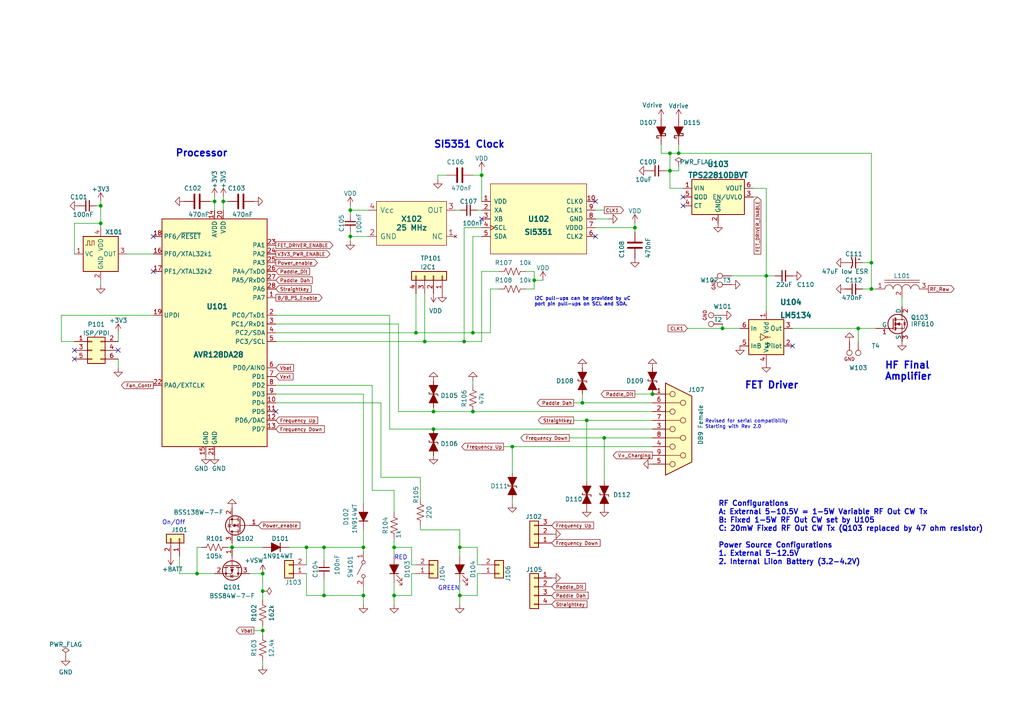
<source format=kicad_sch>
(kicad_sch (version 20211123) (generator eeschema)
  (paper "A4")
  (title_block (title "SignalSlinger") (date "2024-04-15") (rev "3.0"))
  (junction (at 154.94 81.28))
  (junction (at 133.35 158.75))
  (junction (at 93.98 172.72))
  (junction (at 139.7 50.8))
  (junction (at 194.31 49.53))
  (junction (at 76.2 171.45))
  (junction (at 168.91 116.84))
  (junction (at 125.73 124.46))
  (junction (at 137.16 119.38))
  (junction (at 189.23 114.3))
  (junction (at 105.41 172.72))
  (junction (at 196.85 44.45))
  (junction (at 123.19 99.06))
  (junction (at 184.15 66.04))
  (junction (at 64.77 58.42))
  (junction (at 137.16 96.52))
  (junction (at 76.2 182.88))
  (junction (at 62.23 58.42))
  (junction (at 57.15 166.37))
  (junction (at 148.59 129.54))
  (junction (at 101.6 68.58))
  (junction (at 120.65 96.52))
  (junction (at 170.18 121.92))
  (junction (at 67.31 158.75))
  (junction (at 105.41 158.75))
  (junction (at 101.6 60.96))
  (junction (at 133.35 172.72))
  (junction (at 134.62 99.06))
  (junction (at 194.31 44.45))
  (junction (at 252.73 76.2))
  (junction (at 125.73 119.38))
  (junction (at 248.92 95.25))
  (junction (at 114.3 158.75))
  (junction (at 252.73 83.82))
  (junction (at 93.98 158.75))
  (junction (at 222.25 80.01))
  (junction (at 29.21 59.69))
  (junction (at 76.2 166.37))
  (junction (at 209.55 95.25))
  (junction (at 114.3 172.72))
  (junction (at 88.9 158.75))
  (junction (at 29.21 64.77))
  (junction (at 175.26 127))
  (no_connect (at 21.59 104.14))
  (no_connect (at 172.72 58.42))
  (no_connect (at 44.45 78.74))
  (no_connect (at 44.45 68.58))
  (no_connect (at 80.01 119.38))
  (no_connect (at 229.87 100.33))
  (no_connect (at 34.29 101.6))
  (no_connect (at 21.59 101.6))
  (no_connect (at 139.7 63.5))
  (no_connect (at 198.12 57.15))
  (no_connect (at 172.72 68.58))
  (no_connect (at 198.12 59.69))
  (wire (pts (xy 137.16 110.49) (xy 137.16 111.76)))
  (wire (pts (xy 88.9 166.37) (xy 88.9 172.72)))
  (wire (pts (xy 138.43 163.83) (xy 139.7 163.83)))
  (wire (pts (xy 196.85 44.45) (xy 194.31 44.45)))
  (wire (pts (xy 194.31 44.45) (xy 194.31 49.53)))
  (wire (pts (xy 121.92 138.43) (xy 121.92 144.78)))
  (wire (pts (xy 219.71 57.15) (xy 218.44 57.15)))
  (wire (pts (xy 119.38 163.83) (xy 120.65 163.83)))
  (wire (pts (xy 93.98 158.75) (xy 105.41 158.75)))
  (wire (pts (xy 194.31 49.53) (xy 194.31 54.61)))
  (wire (pts (xy 139.7 78.74) (xy 139.7 99.06)))
  (wire (pts (xy 196.85 48.26) (xy 196.85 49.53)))
  (wire (pts (xy 172.72 66.04) (xy 184.15 66.04)))
  (wire (pts (xy 105.41 172.72) (xy 105.41 170.18)))
  (wire (pts (xy 191.77 41.91) (xy 191.77 44.45)))
  (wire (pts (xy 165.1 127) (xy 175.26 127)))
  (wire (pts (xy 76.2 181.61) (xy 76.2 182.88)))
  (wire (pts (xy 191.77 44.45) (xy 194.31 44.45)))
  (wire (pts (xy 134.62 99.06) (xy 134.62 66.04)))
  (wire (pts (xy 64.77 57.15) (xy 64.77 58.42)))
  (wire (pts (xy 29.21 58.42) (xy 29.21 59.69)))
  (wire (pts (xy 170.18 121.92) (xy 170.18 139.7)))
  (wire (pts (xy 107.95 142.24) (xy 114.3 142.24)))
  (wire (pts (xy 72.39 166.37) (xy 76.2 166.37)))
  (wire (pts (xy 137.16 119.38) (xy 189.23 119.38)))
  (wire (pts (xy 34.29 104.14) (xy 34.29 106.68)))
  (wire (pts (xy 137.16 96.52) (xy 137.16 68.58)))
  (wire (pts (xy 113.03 91.44) (xy 113.03 124.46)))
  (wire (pts (xy 139.7 49.53) (xy 139.7 50.8)))
  (wire (pts (xy 67.31 157.48) (xy 67.31 158.75)))
  (wire (pts (xy 114.3 158.75) (xy 114.3 161.29)))
  (wire (pts (xy 134.62 99.06) (xy 139.7 99.06)))
  (wire (pts (xy 123.19 99.06) (xy 134.62 99.06)))
  (wire (pts (xy 222.25 80.01) (xy 224.79 80.01)))
  (wire (pts (xy 129.54 50.8) (xy 127 50.8)))
  (wire (pts (xy 67.31 158.75) (xy 76.2 158.75)))
  (wire (pts (xy 105.41 153.67) (xy 105.41 158.75)))
  (wire (pts (xy 107.95 111.76) (xy 107.95 142.24)))
  (wire (pts (xy 29.21 81.28) (xy 29.21 82.55)))
  (wire (pts (xy 175.26 60.96) (xy 172.72 60.96)))
  (wire (pts (xy 189.23 114.3) (xy 190.5 114.3)))
  (wire (pts (xy 144.78 78.74) (xy 139.7 78.74)))
  (wire (pts (xy 252.73 76.2) (xy 252.73 83.82)))
  (wire (pts (xy 114.3 168.91) (xy 114.3 172.72)))
  (wire (pts (xy 120.65 96.52) (xy 137.16 96.52)))
  (wire (pts (xy 52.07 161.29) (xy 52.07 166.37)))
  (wire (pts (xy 76.2 182.88) (xy 76.2 184.15)))
  (wire (pts (xy 138.43 158.75) (xy 138.43 163.83)))
  (wire (pts (xy 250.19 83.82) (xy 252.73 83.82)))
  (wire (pts (xy 64.77 58.42) (xy 66.04 58.42)))
  (wire (pts (xy 176.53 63.5) (xy 172.72 63.5)))
  (wire (pts (xy 261.62 86.36) (xy 261.62 88.9)))
  (wire (pts (xy 114.3 172.72) (xy 114.3 175.26)))
  (wire (pts (xy 148.59 129.54) (xy 148.59 137.16)))
  (wire (pts (xy 199.39 95.25) (xy 209.55 95.25)))
  (wire (pts (xy 166.37 116.84) (xy 168.91 116.84)))
  (wire (pts (xy 229.87 95.25) (xy 248.92 95.25)))
  (wire (pts (xy 17.78 91.44) (xy 44.45 91.44)))
  (wire (pts (xy 17.78 99.06) (xy 17.78 91.44)))
  (wire (pts (xy 27.94 59.69) (xy 29.21 59.69)))
  (wire (pts (xy 209.55 95.25) (xy 214.63 95.25)))
  (wire (pts (xy 88.9 172.72) (xy 93.98 172.72)))
  (wire (pts (xy 193.04 49.53) (xy 194.31 49.53)))
  (wire (pts (xy 121.92 153.67) (xy 133.35 153.67)))
  (wire (pts (xy 58.42 158.75) (xy 57.15 158.75)))
  (wire (pts (xy 184.15 114.3) (xy 189.23 114.3)))
  (wire (pts (xy 125.73 119.38) (xy 137.16 119.38)))
  (wire (pts (xy 134.62 66.04) (xy 139.7 66.04)))
  (wire (pts (xy 168.91 114.3) (xy 168.91 116.84)))
  (wire (pts (xy 138.43 60.96) (xy 139.7 60.96)))
  (wire (pts (xy 76.2 171.45) (xy 76.2 173.99)))
  (wire (pts (xy 80.01 99.06) (xy 123.19 99.06)))
  (wire (pts (xy 115.57 119.38) (xy 115.57 93.98)))
  (wire (pts (xy 52.07 166.37) (xy 57.15 166.37)))
  (wire (pts (xy 250.19 76.2) (xy 252.73 76.2)))
  (wire (pts (xy 36.83 73.66) (xy 44.45 73.66)))
  (wire (pts (xy 133.35 172.72) (xy 138.43 172.72)))
  (wire (pts (xy 88.9 163.83) (xy 88.9 158.75)))
  (wire (pts (xy 105.41 175.26) (xy 105.41 172.72)))
  (wire (pts (xy 139.7 50.8) (xy 139.7 58.42)))
  (wire (pts (xy 252.73 44.45) (xy 252.73 76.2)))
  (wire (pts (xy 21.59 99.06) (xy 17.78 99.06)))
  (wire (pts (xy 93.98 167.64) (xy 93.98 172.72)))
  (wire (pts (xy 142.24 83.82) (xy 142.24 96.52)))
  (wire (pts (xy 21.59 73.66) (xy 21.59 64.77)))
  (wire (pts (xy 115.57 119.38) (xy 125.73 119.38)))
  (wire (pts (xy 209.55 95.25) (xy 209.55 93.98)))
  (wire (pts (xy 113.03 124.46) (xy 125.73 124.46)))
  (wire (pts (xy 146.05 129.54) (xy 148.59 129.54)))
  (wire (pts (xy 101.6 68.58) (xy 101.6 69.85)))
  (wire (pts (xy 133.35 158.75) (xy 133.35 161.29)))
  (wire (pts (xy 184.15 66.04) (xy 184.15 64.77)))
  (wire (pts (xy 170.18 121.92) (xy 189.23 121.92)))
  (wire (pts (xy 152.4 78.74) (xy 154.94 78.74)))
  (wire (pts (xy 168.91 116.84) (xy 189.23 116.84)))
  (wire (pts (xy 62.23 58.42) (xy 62.23 60.96)))
  (wire (pts (xy 101.6 68.58) (xy 106.68 68.58)))
  (wire (pts (xy 105.41 160.02) (xy 105.41 158.75)))
  (wire (pts (xy 57.15 166.37) (xy 62.23 166.37)))
  (wire (pts (xy 144.78 83.82) (xy 142.24 83.82)))
  (wire (pts (xy 83.82 158.75) (xy 88.9 158.75)))
  (wire (pts (xy 34.29 96.52) (xy 34.29 99.06)))
  (wire (pts (xy 148.59 129.54) (xy 189.23 129.54)))
  (wire (pts (xy 252.73 44.45) (xy 196.85 44.45)))
  (wire (pts (xy 184.15 67.31) (xy 184.15 66.04)))
  (wire (pts (xy 222.25 80.01) (xy 222.25 90.17)))
  (wire (pts (xy 119.38 172.72) (xy 119.38 166.37)))
  (wire (pts (xy 154.94 81.28) (xy 154.94 83.82)))
  (wire (pts (xy 121.92 152.4) (xy 121.92 153.67)))
  (wire (pts (xy 196.85 41.91) (xy 196.85 44.45)))
  (wire (pts (xy 88.9 158.75) (xy 93.98 158.75)))
  (wire (pts (xy 194.31 54.61) (xy 198.12 54.61)))
  (wire (pts (xy 76.2 193.04) (xy 76.2 191.77)))
  (wire (pts (xy 212.09 80.01) (xy 222.25 80.01)))
  (wire (pts (xy 101.6 60.96) (xy 101.6 62.23)))
  (wire (pts (xy 114.3 158.75) (xy 119.38 158.75)))
  (wire (pts (xy 154.94 83.82) (xy 152.4 83.82)))
  (wire (pts (xy 29.21 64.77) (xy 29.21 66.04)))
  (wire (pts (xy 93.98 172.72) (xy 105.41 172.72)))
  (wire (pts (xy 80.01 114.3) (xy 105.41 114.3)))
  (wire (pts (xy 120.65 85.09) (xy 120.65 96.52)))
  (wire (pts (xy 93.98 158.75) (xy 93.98 162.56)))
  (wire (pts (xy 110.49 138.43) (xy 121.92 138.43)))
  (wire (pts (xy 133.35 168.91) (xy 133.35 172.72)))
  (wire (pts (xy 80.01 93.98) (xy 115.57 93.98)))
  (wire (pts (xy 21.59 64.77) (xy 29.21 64.77)))
  (wire (pts (xy 222.25 54.61) (xy 222.25 80.01)))
  (wire (pts (xy 76.2 166.37) (xy 76.2 171.45)))
  (wire (pts (xy 66.04 158.75) (xy 67.31 158.75)))
  (wire (pts (xy 101.6 60.96) (xy 106.68 60.96)))
  (wire (pts (xy 196.85 49.53) (xy 194.31 49.53)))
  (wire (pts (xy 114.3 156.21) (xy 114.3 158.75)))
  (wire (pts (xy 125.73 118.11) (xy 125.73 119.38)))
  (wire (pts (xy 80.01 116.84) (xy 110.49 116.84)))
  (wire (pts (xy 248.92 95.25) (xy 254 95.25)))
  (wire (pts (xy 218.44 54.61) (xy 222.25 54.61)))
  (wire (pts (xy 248.92 99.06) (xy 248.92 95.25)))
  (wire (pts (xy 175.26 127) (xy 175.26 139.7)))
  (wire (pts (xy 133.35 172.72) (xy 133.35 175.26)))
  (wire (pts (xy 64.77 58.42) (xy 64.77 60.96)))
  (wire (pts (xy 123.19 85.09) (xy 123.19 99.06)))
  (wire (pts (xy 138.43 172.72) (xy 138.43 166.37)))
  (wire (pts (xy 57.15 158.75) (xy 57.15 166.37)))
  (wire (pts (xy 154.94 78.74) (xy 154.94 81.28)))
  (wire (pts (xy 148.59 144.78) (xy 148.59 146.05)))
  (wire (pts (xy 62.23 57.15) (xy 62.23 58.42)))
  (wire (pts (xy 105.41 114.3) (xy 105.41 146.05)))
  (wire (pts (xy 80.01 91.44) (xy 113.03 91.44)))
  (wire (pts (xy 127 50.8) (xy 127 52.07)))
  (wire (pts (xy 60.96 58.42) (xy 62.23 58.42)))
  (wire (pts (xy 132.08 60.96) (xy 133.35 60.96)))
  (wire (pts (xy 137.16 50.8) (xy 139.7 50.8)))
  (wire (pts (xy 157.48 81.28) (xy 154.94 81.28)))
  (wire (pts (xy 119.38 158.75) (xy 119.38 163.83)))
  (wire (pts (xy 101.6 59.69) (xy 101.6 60.96)))
  (wire (pts (xy 125.73 124.46) (xy 189.23 124.46)))
  (wire (pts (xy 101.6 67.31) (xy 101.6 68.58)))
  (wire (pts (xy 29.21 59.69) (xy 29.21 64.77)))
  (wire (pts (xy 138.43 166.37) (xy 139.7 166.37)))
  (wire (pts (xy 137.16 68.58) (xy 139.7 68.58)))
  (wire (pts (xy 137.16 96.52) (xy 142.24 96.52)))
  (wire (pts (xy 166.37 121.92) (xy 170.18 121.92)))
  (wire (pts (xy 175.26 127) (xy 189.23 127)))
  (wire (pts (xy 110.49 138.43) (xy 110.49 116.84)))
  (wire (pts (xy 80.01 111.76) (xy 107.95 111.76)))
  (wire (pts (xy 133.35 153.67) (xy 133.35 158.75)))
  (wire (pts (xy 80.01 96.52) (xy 120.65 96.52)))
  (wire (pts (xy 73.66 182.88) (xy 76.2 182.88)))
  (wire (pts (xy 133.35 158.75) (xy 138.43 158.75)))
  (wire (pts (xy 114.3 142.24) (xy 114.3 148.59)))
  (wire (pts (xy 252.73 83.82) (xy 254 83.82)))
  (wire (pts (xy 114.3 172.72) (xy 119.38 172.72)))
  (wire (pts (xy 119.38 166.37) (xy 120.65 166.37)))
  (text "SI5351 Clock" (at 125.73 43.18 0) (effects (font (size 2.0066 2.0066) (thickness 0.4013) bold) (justify left bottom)))
  (text "Revised for serial compatibility\nStarting with Rev 2.0" (at 204.47 124.46 0) (effects (font (size 1 1)) (justify left bottom)))
  (text "GREEN" (at 127 171.45 0) (effects (font (size 1.27 1.27)) (justify left bottom)))
  (text "HF Final\nAmplifier" (at 256.54 110.49 0) (effects (font (size 2.0066 2.0066) (thickness 0.4013) bold) (justify left bottom)))
  (text "RF Configurations\nA: External 5-10.5V = 1-5W Variable RF Out CW Tx\nB: Fixed 1-5W RF Out CW set by U105\nC: 20mW Fixed RF Out CW Tx (Q103 replaced by 47 ohm resistor)\n\nPower Source Configurations\n1. External 5-12.5V\n2. Internal LiIon Battery (3.2-4.2V)\n\n" (at 208.28 166.37 0) (effects (font (size 1.5 1.5) (thickness 0.3) bold) (justify left bottom)))
  (text "On/Off" (at 46.99 152.4 0) (effects (font (size 1.27 1.27)) (justify left bottom)))
  (text "I2C pull-ups can be provided by uC \nport pin pull-ups on SCL and SDA." (at 154.94 88.9 0) (effects (font (size 0.9906 0.9906) (thickness 0.1981) bold) (justify left bottom)))
  (text "Processor" (at 50.8 45.72 0) (effects (font (size 2.0066 2.0066) (thickness 0.4013) bold) (justify left bottom)))
  (text "RED" (at 114.3 162.56 0) (effects (font (size 1.27 1.27)) (justify left bottom)))
  (text "FET Driver" (at 215.9 113.03 0) (effects (font (size 2.0066 2.0066) (thickness 0.4013) bold) (justify left bottom)))
  (global_label "Straightkey" (shape output) (at 166.37 121.92 180) (effects (font (size 1 1))) (property "Intersheet References" "${INTERSHEET_REFS}" (effects hide)))
  (global_label "Frequency Down" (shape output) (at 165.1 127 180) (effects (font (size 1 1))) (property "Intersheet References" "${INTERSHEET_REFS}" (effects hide)))
  (global_label "Paddle Dah" (shape input) (at 80.01 81.28 0) (effects (font (size 1 1))) (property "Intersheet References" "${INTERSHEET_REFS}" (effects hide)))
  (global_label "Straightkey" (shape input) (at 160.02 175.26 0) (effects (font (size 1 1))) (property "Intersheet References" "${INTERSHEET_REFS}" (effects hide)))
  (global_label "CLK1" (shape output) (at 175.26 60.96 0) (effects (font (size 0.9906 0.9906))) (property "Intersheet References" "${INTERSHEET_REFS}" (effects hide)))
  (global_label "Frequency Up" (shape output) (at 146.05 129.54 180) (effects (font (size 1 1))) (property "Intersheet References" "${INTERSHEET_REFS}" (effects hide)))
  (global_label "Vbat" (shape output) (at 73.66 182.88 180) (effects (font (size 1 1))) (property "Intersheet References" "${INTERSHEET_REFS}" (effects hide)))
  (global_label "Paddle_Dit" (shape input) (at 160.02 170.18 0) (effects (font (size 1 1))) (property "Intersheet References" "${INTERSHEET_REFS}" (effects hide)))
  (global_label "FET_DRIVER_ENABLE" (shape output) (at 80.01 71.12 0) (effects (font (size 0.9906 0.9906))) (property "Intersheet References" "${INTERSHEET_REFS}" (effects hide)))
  (global_label "Straightkey" (shape input) (at 80.01 83.82 0) (effects (font (size 1 1))) (property "Intersheet References" "${INTERSHEET_REFS}" (effects hide)))
  (global_label "Power_enable" (shape output) (at 80.01 76.2 0) (effects (font (size 1 1))) (property "Intersheet References" "${INTERSHEET_REFS}" (effects hide)))
  (global_label "Paddle Dah" (shape input) (at 160.02 172.72 0) (effects (font (size 1 1))) (property "Intersheet References" "${INTERSHEET_REFS}" (effects hide)))
  (global_label "Fan_Contr" (shape output) (at 44.45 111.76 180) (effects (font (size 0.9906 0.9906))) (property "Intersheet References" "${INTERSHEET_REFS}" (effects hide)))
  (global_label "FET_DRIVER_ENABLE" (shape input) (at 219.71 57.15 270) (effects (font (size 0.9906 0.9906))) (property "Intersheet References" "${INTERSHEET_REFS}" (effects hide)))
  (global_label "Paddle_Dit" (shape input) (at 80.01 78.74 0) (effects (font (size 1 1))) (property "Intersheet References" "${INTERSHEET_REFS}" (effects hide)))
  (global_label "RF_Raw" (shape output) (at 269.24 83.82 0) (effects (font (size 1 1))) (property "Intersheet References" "${INTERSHEET_REFS}" (effects hide)))
  (global_label "Paddle_Dit" (shape output) (at 184.15 114.3 180) (effects (font (size 1 1))) (property "Intersheet References" "${INTERSHEET_REFS}" (effects hide)))
  (global_label "Paddle Dah" (shape output) (at 166.37 116.84 180) (effects (font (size 1 1))) (property "Intersheet References" "${INTERSHEET_REFS}" (effects hide)))
  (global_label "Power_enable" (shape input) (at 74.93 152.4 0) (effects (font (size 1 1))) (property "Intersheet References" "${INTERSHEET_REFS}" (effects hide)))
  (global_label "Frequency Up" (shape input) (at 160.02 152.4 0) (effects (font (size 1 1))) (property "Intersheet References" "${INTERSHEET_REFS}" (effects hide)))
  (global_label "Vext" (shape input) (at 80.01 109.22 0) (effects (font (size 1 1))) (property "Intersheet References" "${INTERSHEET_REFS}" (effects hide)))
  (global_label "V+_Charging" (shape output) (at 189.23 132.08 180) (effects (font (size 1 1))) (property "Intersheet References" "${INTERSHEET_REFS}" (effects hide)))
  (global_label "V3V3_PWR_ENABLE" (shape output) (at 80.01 73.66 0) (effects (font (size 1 1))) (property "Intersheet References" "${INTERSHEET_REFS}" (effects hide)))
  (global_label "Frequency Down" (shape input) (at 160.02 157.48 0) (effects (font (size 1 1))) (property "Intersheet References" "${INTERSHEET_REFS}" (effects hide)))
  (global_label "Frequency Down" (shape input) (at 80.01 124.46 0) (effects (font (size 1 1))) (property "Intersheet References" "${INTERSHEET_REFS}" (effects hide)))
  (global_label "Vbat" (shape input) (at 80.01 106.68 0) (effects (font (size 1 1))) (property "Intersheet References" "${INTERSHEET_REFS}" (effects hide)))
  (global_label "B{slash}B_PS_Enable" (shape output) (at 80.01 86.36 0) (effects (font (size 1 1))) (property "Intersheet References" "${INTERSHEET_REFS}" (effects hide)))
  (global_label "CLK1" (shape input) (at 199.39 95.25 180) (effects (font (size 0.9906 0.9906))) (property "Intersheet References" "${INTERSHEET_REFS}" (effects hide)))
  (global_label "Frequency Up" (shape input) (at 80.01 121.92 0) (effects (font (size 1 1))) (property "Intersheet References" "${INTERSHEET_REFS}" (effects hide)))
  (symbol (lib_id "power:GND") (at 22.86 59.69 270) (unit 1)
    (property "Reference" "#PWR0102" (effects hide))
    (property "Value" "GND" (effects hide))
  )
  (symbol (lib_id "Device:C") (at 57.15 58.42 270) (unit 1)
    (property "Reference" "C102" (at 53.34 54.61 90) (effects (justify left)))
    (property "Value" "470nF" (at 54.61 62.23 90) (effects (justify left)))
    (property "Footprint" "Capacitor_SMD:C_0805_2012Metric" (effects hide))
    (property "Digi-Key Part No." "478-9924-1-ND" (effects hide))
    (property "Link" "https://www.digikey.com/products/en?keywords=478-9924-1-ND" (effects hide))
    (property "Manufacturer" "AVX Corporation" (effects hide))
    (property "Manufacturer PN" "08051C474K4Z2A" (effects hide))
    (property "Description" "CAP CER 0.47UF 100V X7R 0805" (effects hide))
    (property "LCSC Part Number" "C342818" (effects hide))
  )
  (symbol (lib_id "power:PWR_FLAG") (at 19.05 190.5 0) (unit 1)
    (property "Reference" "#FLG0101" (effects hide))
    (property "Value" "PWR_FLAG" (at 19.05 186.9242 0))
  )
  (symbol (lib_id "Transistor_FET:BSS84") (at 67.31 163.83 270) (unit 1)
    (property "Reference" "Q101" (at 67.31 170.3054 90))
    (property "Value" "BSS84W-7-F" (at 67.31 172.8423 90))
    (property "Footprint" "Package_TO_SOT_SMD:SOT-323_SC-70" (effects hide))
    (property "Digi-Key Part No." "BSS84W-FDICT-ND" (effects hide))
    (property "Manufacturer" "Diodes Incorporated" (effects hide))
    (property "Manufacturer PN" "BSS84W-7-F" (effects hide))
    (property "Description" "MOSFET P-CH 50V 130MA SOT323" (effects hide))
    (property "Link" "https://www.digikey.com/short/fjvhfm07" (effects hide))
    (property "LCSC Part Number" "C110490" (effects hide))
  )
  (symbol (lib_id "Oscillator:FT5HV") (at 29.21 73.66 0) (unit 1)
    (property "Reference" "X101" (at 33.02 67.31 0) (effects (font bold)))
    (property "Value" "ECS-327TXO-30-TR" (effects hide))
    (property "Footprint" "Oscillator:Oscillator_SMD_ECS_327TXO" (effects hide))
    (property "Digi-Key Part No." "50-ECS-327TXO-30-CT-ND" (effects hide))
    (property "Manufacturer" "ECS Inc." (effects hide))
    (property "Manufacturer PN" "ECS-327TXO-30-TR" (effects hide))
    (property "Description" "OSC TCXO 32.768KHZ 3.0V SMD" (effects hide))
  )
  (symbol (lib_id "Diode:1N914WT") (at 80.01 158.75 180) (unit 1)
    (property "Reference" "D101" (at 78.74 156.21 0) (effects (justify right)))
    (property "Value" "1N914WT" (at 76.2 161.29 0) (effects (justify right)))
    (property "Footprint" "Diode_SMD:D_SOD-523" (effects hide))
    (property "Digi-Key Part No." "1N4148WTDICT-ND" (effects hide))
    (property "Link" "https://www.digikey.com/en/products/detail/diodes-incorporated/1N4148WT-7/583731" (effects hide))
    (property "Manufacturer" "Diodes Incorporated" (effects hide))
    (property "Manufacturer PN" "1N4148WT-7" (effects hide))
    (property "Description" "DIODE GEN PURP 80V 125MA SOD523" (effects hide))
    (property "LCSC Part Number" "C83482" (effects hide))
  )
  (symbol (lib_id "power:GND") (at 105.41 175.26 0) (unit 1)
    (property "Reference" "#PWR0118" (effects hide))
    (property "Value" "GND" (effects hide))
  )
  (symbol (lib_id "Device:C_Small") (at 190.5 49.53 90) (mirror x) (unit 1)
    (property "Reference" "C109" (at 187.96 46.99 90))
    (property "Value" "10uF" (at 186.69 52.07 90))
    (property "Footprint" "Capacitor_SMD:C_0805_2012Metric" (effects hide))
    (property "Digi-Key Part No." "445-14418-1-ND" (effects hide))
    (property "Manufacturer" "TDK Corporation" (effects hide))
    (property "Manufacturer PN" "C2012X5R1V106K125AC" (effects hide))
    (property "Description" "CAP CER 10UF 35V X5R 0805" (effects hide))
    (property "Link" "https://www.digikey.com/short/p8qdn4mp" (effects hide))
    (property "LCSC Part Number" "C3843628" (effects hide))
  )
  (symbol (lib_id "power:GND") (at 208.28 64.77 0) (unit 1)
    (property "Reference" "#PWR0139" (effects hide))
    (property "Value" "GND" (effects hide))
  )
  (symbol (lib_id "power:GND") (at 245.11 83.82 270) (unit 1)
    (property "Reference" "#PWR0150" (effects hide))
    (property "Value" "GND" (effects hide))
  )
  (symbol (lib_id "power:GND") (at 133.35 175.26 0) (unit 1)
    (property "Reference" "#PWR0123" (effects hide))
    (property "Value" "GND" (effects hide))
  )
  (symbol (lib_id "power:GND") (at 222.25 105.41 0) (unit 1)
    (property "Reference" "#PWR0143" (effects hide))
    (property "Value" "GND" (effects hide))
  )
  (symbol (lib_id "power:PWR_FLAG") (at 196.85 48.26 0) (unit 1)
    (property "Reference" "#FLG0103" (effects hide))
    (property "Value" "PWR_FLAG" (at 201.93 46.99 0))
  )
  (symbol (lib_id "power:GND") (at 29.21 82.55 0) (unit 1)
    (property "Reference" "#PWR0105" (effects hide))
    (property "Value" "GND" (effects hide))
  )
  (symbol (lib_id "Connector_Generic:Conn_01x04") (at 125.73 80.01 270) (mirror x) (unit 1)
    (property "Reference" "TP101" (at 121.92 74.93 90) (effects (justify left)))
    (property "Value" "I2C1" (at 121.92 77.47 90) (effects (justify left)))
    (property "Footprint" "Connector_PinHeader_2.54mm:PinHeader_1x04_P2.54mm_Vertical" (effects hide))
    (property "Digi-Key Part No." "np" (effects hide))
    (property "Link" "np" (effects hide))
    (property "Manufacturer" "np" (effects hide))
  )
  (symbol (lib_id "power:GND") (at 189.23 106.68 0) (mirror x) (unit 1)
    (property "Reference" "#PWR0157" (effects hide))
    (property "Value" "GND" (effects hide))
  )
  (symbol (lib_id "Oscillator:SI5351") (at 156.21 63.5 0) (unit 1)
    (property "Reference" "U102" (at 156.21 63.5 0) (effects (font (size 1.524 1.524) bold)))
    (property "Value" "SI5351" (at 156.21 67.31 0) (effects (font (size 1.524 1.524) bold)))
    (property "Footprint" "Package_SO:MSOP-10_3x3mm_P0.5mm" (effects hide))
    (property "Datasheet" "http://www.silabs.com/Support%20Documents/TechnicalDocs/Si5351-B.pdf" (effects hide))
    (property "Digi-Key Part No." "336-2399-5-ND" (effects hide))
    (property "Link" "https://www.digikey.com/products/en?keywords=336-2399-5-ND" (effects hide))
    (property "Manufacturer" "Silicon Labs" (effects hide))
    (property "Manufacturer PN" "SI5351A-B-GT" (effects hide))
    (property "Description" "IC CLK GENERATOR 200MHZ 10MSOP" (effects hide))
    (property "LCSC Part Number" "C529366" (effects hide))
  )
  (symbol (lib_id "power:GND") (at 245.11 76.2 270) (unit 1)
    (property "Reference" "#PWR0148" (effects hide))
    (property "Value" "GND" (effects hide))
  )
  (symbol (lib_id "power:GND") (at 76.2 193.04 0) (unit 1)
    (property "Reference" "#PWR0111" (effects hide))
    (property "Value" "GND" (effects hide))
  )
  (symbol (lib_id "power:Vboost") (at 191.77 34.29 0) (unit 1)
    (property "Reference" "#PWR0137" (effects hide))
    (property "Value" "Vboost" (at 189.23 30.48 0))
  )
  (symbol (lib_id "Device:C_Small") (at 227.33 80.01 90) (unit 1)
    (property "Reference" "C110" (at 236.22 82.55 90) (effects (justify left)))
    (property "Value" "22uF" (at 229.87 82.55 90) (effects (justify left)))
    (property "Footprint" "Capacitor_SMD:C_1210_3225Metric" (effects hide))
    (property "Digi-Key Part No." "1276-3373-1-ND" (effects hide))
    (property "Link" "https://www.digikey.com/products/en?keywords=1276-3373-1-ND" (effects hide))
    (property "Manufacturer" "Samsung Electro-Mechanics" (effects hide))
    (property "Manufacturer PN" "CL32A226MAJNNNE" (effects hide))
    (property "Description" "CAP CER 22UF 25V X5R 1210" (effects hide))
    (property "LCSC Part Number" "C337455" (effects hide))
  )
  (symbol (lib_id "Device:C") (at 184.15 71.12 0) (unit 1)
    (property "Reference" "C108" (at 180.34 74.93 90) (effects (justify left)))
    (property "Value" "470nF" (at 187.96 74.93 90) (effects (justify left)))
    (property "Footprint" "Capacitor_SMD:C_0805_2012Metric" (effects hide))
    (property "Digi-Key Part No." "478-9924-1-ND" (effects hide))
    (property "Link" "https://www.digikey.com/products/en?keywords=478-9924-1-ND" (effects hide))
    (property "Manufacturer" "AVX Corporation" (effects hide))
    (property "Manufacturer PN" "08051C474K4Z2A" (effects hide))
    (property "Description" "CAP CER 0.47UF 100V X7R 0805" (effects hide))
    (property "LCSC Part Number" "C342818" (effects hide))
  )
  (symbol (lib_id "power:GND") (at 19.05 190.5 0) (unit 1)
    (property "Reference" "#PWR0101" (effects hide))
    (property "Value" "GND" (at 19.05 194.9434 0))
  )
  (symbol (lib_id "power:GND") (at 212.09 82.55 90) (unit 1)
    (property "Reference" "#PWR0141" (effects hide))
    (property "Value" "GND" (effects hide))
  )
  (symbol (lib_id "power:+3V3") (at 62.23 57.15 0) (unit 1)
    (property "Reference" "#PWR0114" (effects hide))
    (property "Value" "+3V3" (at 62.23 52.07 90))
  )
  (symbol (lib_id "Device:LED_Filled") (at 114.3 165.1 90) (unit 1)
    (property "Reference" "D103" (at 118.11 162.56 0) (effects (justify right)))
    (property "Value" "Red LED" (effects hide))
    (property "Footprint" "LED_SMD:LED_0805_2012Metric" (effects hide))
    (property "Digi-Key Part No." "160-1415-1-ND" (effects hide))
    (property "Manufacturer" "Lite-On Inc." (effects hide))
    (property "Manufacturer PN" "LTST-C170KRKT" (effects hide))
    (property "Description" "LED RED CLEAR SMD" (effects hide))
    (property "Link" "https://www.digikey.com/en/products/detail/liteon/LTST-C170KRKT/386779" (effects hide))
    (property "LCSC Part Number" "C94868" (effects hide))
  )
  (symbol (lib_id "Connector:TEST_SCOPE") (at 248.92 99.06 180) (unit 1)
    (property "Reference" "W103" (at 248.92 106.68 0))
    (property "Value" "T4" (at 254 100.33 0))
    (property "Footprint" "Measurement:Measurement_Point_ScopeProbe_Round-SMD-2sides-Pad_Small" (effects hide))
    (property "Digi-Key Part No." "np" (effects hide))
    (property "Link" "np" (effects hide))
  )
  (symbol (lib_id "Device:C_Small") (at 247.65 83.82 90) (unit 1)
    (property "Reference" "C112" (at 250.19 81.28 90) (effects (justify left)))
    (property "Value" "470nF" (at 250.19 86.36 90) (effects (justify left)))
    (property "Footprint" "Capacitor_SMD:C_0805_2012Metric" (effects hide))
    (property "Digi-Key Part No." "478-9924-1-ND" (effects hide))
    (property "Link" "https://www.digikey.com/products/en?keywords=478-9924-1-ND" (effects hide))
    (property "Manufacturer" "AVX Corporation" (effects hide))
    (property "Manufacturer PN" "08051C474K4Z2A" (effects hide))
    (property "Description" "CAP CER 0.47UF 100V X7R 0805" (effects hide))
    (property "LCSC Part Number" "C342818" (effects hide))
  )
  (symbol (lib_id "power:+VSW") (at 76.2 166.37 0) (unit 1)
    (property "Reference" "#PWR0110" (effects hide))
    (property "Value" "+VSW" (at 73.66 162.56 0))
  )
  (symbol (lib_id "power:+3V3") (at 29.21 58.42 0) (unit 1)
    (property "Reference" "#PWR0104" (effects hide))
    (property "Value" "+3V3" (at 29.21 54.8442 0))
  )
  (symbol (lib_id "power:GND") (at 67.31 147.32 0) (mirror x) (unit 1)
    (property "Reference" "#PWR0109" (effects hide))
    (property "Value" "GND" (effects hide))
  )
  (symbol (lib_id "Device:C_Small") (at 25.4 59.69 270) (unit 1)
    (property "Reference" "C101" (at 22.86 57.15 90))
    (property "Value" "100nF" (at 24.13 62.23 90))
    (property "Footprint" "Capacitor_SMD:C_0805_2012Metric" (effects hide))
    (property "Digi-Key Part No." "1276-1099-1-ND" (effects hide))
    (property "Manufacturer" "Samsung Electro-Mechanics" (effects hide))
    (property "Manufacturer PN" "CL21B104KACNNNC" (effects hide))
    (property "Description" "CAP CER 0.1UF 25V X7R 0805" (effects hide))
    (property "Link" "https://www.digikey.com/short/q2f22qnq" (effects hide))
    (property "LCSC Part Number" "C29926" (effects hide))
  )
  (symbol (lib_id "Connector_Generic:Conn_01x02") (at 52.07 156.21 270) (mirror x) (unit 1)
    (property "Reference" "J101" (at 52.07 153.67 90))
    (property "Value" "Conn_01x02" (effects hide))
    (property "Footprint" "Connector_PinSocket_2.54mm:PinSocket_1x02_P2.54mm_Vertical" (effects hide))
  )
  (symbol (lib_id "Diode:ESD9B5.0ST5G_1") (at 125.73 114.3 270) (unit 1)
    (property "Reference" "D105" (at 127.7366 114.7338 90) (effects (justify left)))
    (property "Value" "ESD9B5.0ST5G_1" (effects hide))
    (property "Footprint" "Diode_SMD:D_0603_1608Metric" (effects hide))
    (property "Digi-Key Part No." "CG0603MLC-05LECT-ND" (effects hide))
    (property "Link" "https://www.digikey.com/products/en?keywords=CG0603MLC-05LECT-ND" (effects hide))
    (property "Manufacturer" "Bourns Inc." (effects hide))
    (property "Manufacturer PN" "CG0603MLC-05LE" (effects hide))
    (property "Description" "VARISTOR 0603" (effects hide))
    (property "LCSC Part Number" "C316054" (effects hide))
  )
  (symbol (lib_id "Diode:ESD9B5.0ST5G_1") (at 168.91 110.49 270) (unit 1)
    (property "Reference" "D108" (at 161.29 110.49 90) (effects (justify left)))
    (property "Value" "ESD9B5.0ST5G_1" (effects hide))
    (property "Footprint" "Diode_SMD:D_0603_1608Metric" (effects hide))
    (property "Digi-Key Part No." "CG0603MLC-05LECT-ND" (effects hide))
    (property "Link" "https://www.digikey.com/products/en?keywords=CG0603MLC-05LECT-ND" (effects hide))
    (property "Manufacturer" "Bourns Inc." (effects hide))
    (property "Manufacturer PN" "CG0603MLC-05LE" (effects hide))
    (property "Description" "VARISTOR 0603" (effects hide))
    (property "LCSC Part Number" "C316054" (effects hide))
  )
  (symbol (lib_id "Device:LED_Filled") (at 133.35 165.1 90) (unit 1)
    (property "Reference" "D104" (at 137.16 162.56 0) (effects (justify right)))
    (property "Value" "Green LED" (effects hide))
    (property "Footprint" "LED_SMD:LED_0805_2012Metric" (effects hide))
    (property "Digi-Key Part No." "160-1414-1-ND" (effects hide))
    (property "Manufacturer" "Lite-On Inc." (effects hide))
    (property "Manufacturer PN" "LTST-C170KGKT" (effects hide))
    (property "Description" "LED GREEN CLEAR SMD" (effects hide))
    (property "Link" "https://www.digikey.com/en/products/detail/liteon/LTST-C170KGKT/386777" (effects hide))
    (property "LCSC Part Number" "C98221" (effects hide))
  )
  (symbol (lib_id "power:VDD") (at 139.7 49.53 0) (unit 1)
    (property "Reference" "#PWR0130" (effects hide))
    (property "Value" "VDD" (at 139.7 45.9542 0))
  )
  (symbol (lib_id "Device:INDUCTOR_CT") (at 261.62 83.82 90) (unit 1)
    (property "Reference" "L101" (at 261.62 80.01 90))
    (property "Value" "9T #24 Bifilar T50-43" (effects hide))
    (property "Footprint" "Inductors:Toroid_T-50A_TH_BF_CT_Vertical" (effects hide))
    (property "Digi-Key Part No." "FT50A-43 (Amidon)" (effects hide))
    (property "Link" "http://www.amidoncorp.com/ft-50A-43/" (effects hide))
    (property "Manufacturer" "TH" (effects hide))
    (property "Manufacturer PN" "TH" (effects hide))
    (property "Description" "TH" (effects hide))
  )
  (symbol (lib_id "Connector_Generic:Conn_02x03_Odd_Even") (at 26.67 101.6 0) (unit 1)
    (property "Reference" "P101" (at 27.94 94.0902 0))
    (property "Value" "ISP/PDI" (at 27.94 96.6271 0))
    (property "Footprint" "Connector_PinHeader_2.54mm:PinHeader_2x03_P2.54mm_Vertical_SMD" (effects hide))
    (property "Digi-Key Part No." "609-3487-1-ND" (effects hide))
    (property "Link" "https://www.digikey.com/products/en?keywords=609-3487-1-ND" (effects hide))
    (property "Manufacturer" "Amphenol ICC (FCI)" (effects hide))
    (property "Manufacturer PN" "95278-101A06LF" (effects hide))
    (property "Description" "CONN HEADER SMD 6POS 2.54MM" (effects hide))
    (property "LCSC Part Number" "C178294" (effects hide))
  )
  (symbol (lib_id "Device:R_Small_US") (at 137.16 115.57 180) (unit 1)
    (property "Reference" "R106" (at 134.62 115.57 90))
    (property "Value" "47k" (at 139.7 115.57 90))
    (property "Footprint" "Resistor_SMD:R_0805_2012Metric" (effects hide))
    (property "Digi-Key Part No." "311-47.0KCRCT-ND" (effects hide))
    (property "Link" "https://www.digikey.com/en/products/detail/yageo/RC0805FR-0747KL/727973" (effects hide))
    (property "Manufacturer" "YAGEO" (effects hide))
    (property "Manufacturer PN" "RC0805FR-0747KL" (effects hide))
    (property "Description" "RES 47K OHM 1% 1/8W 0805" (effects hide))
    (property "LCSC Part Number" "C126351" (effects hide))
  )
  (symbol (lib_id "power:GND") (at 175.26 147.32 0) (unit 1)
    (property "Reference" "#PWR0108" (effects hide))
    (property "Value" "GND" (effects hide))
  )
  (symbol (lib_id "power:GND") (at 168.91 106.68 0) (mirror x) (unit 1)
    (property "Reference" "#PWR0156" (effects hide))
    (property "Value" "GND" (effects hide))
  )
  (symbol (lib_id "power:GND") (at 170.18 147.32 0) (unit 1)
    (property "Reference" "#PWR0158" (effects hide))
    (property "Value" "GND" (effects hide))
  )
  (symbol (lib_id "power:GND") (at 160.02 167.64 90) (unit 1)
    (property "Reference" "#PWR0166" (effects hide))
    (property "Value" "GND" (effects hide))
  )
  (symbol (lib_id "Diode:ESD9B5.0ST5G_1") (at 125.73 128.27 270) (unit 1)
    (property "Reference" "D106" (at 127.7366 128.7038 90) (effects (justify left)))
    (property "Value" "ESD9B5.0ST5G_1" (effects hide))
    (property "Footprint" "Diode_SMD:D_0603_1608Metric" (effects hide))
    (property "Digi-Key Part No." "CG0603MLC-05LECT-ND" (effects hide))
    (property "Link" "https://www.digikey.com/products/en?keywords=CG0603MLC-05LECT-ND" (effects hide))
    (property "Manufacturer" "Bourns Inc." (effects hide))
    (property "Manufacturer PN" "CG0603MLC-05LE" (effects hide))
    (property "Description" "VARISTOR 0603" (effects hide))
    (property "LCSC Part Number" "C316054" (effects hide))
  )
  (symbol (lib_id "Connector_Generic:Conn_01x03") (at 154.94 154.94 180) (unit 1)
    (property "Reference" "J102" (at 152.4 149.86 0) (effects (justify right)))
    (property "Value" "Conn_01x03" (effects hide))
    (property "Footprint" "Connector_PinHeader_2.54mm:PinHeader_1x03_P2.54mm_Vertical" (effects hide))
  )
  (symbol (lib_id "Device:R_Small_US") (at 148.59 83.82 90) (unit 1)
    (property "Reference" "R108" (at 146.05 81.28 90))
    (property "Value" "10k" (at 152.4 81.28 90))
    (property "Footprint" "Capacitor_SMD:C_0805_2012Metric" (effects hide))
    (property "Digi-Key Part No." "RNCP0805FTD10K0CT-ND" (effects hide))
    (property "Link" "https://www.digikey.com/en/products/detail/stackpole-electronics-inc/RNCP0805FTD10K0/2240262" (effects hide))
    (property "Manufacturer" "Stackpole Electronics Inc" (effects hide))
    (property "Manufacturer PN" "RNCP0805FTD10K0" (effects hide))
    (property "Description" "RES 10K OHM 1% 1/4W 0805" (effects hide))
    (property "LCSC Part Number" "C2441435" (effects hide))
  )
  (symbol (lib_id "Device:C") (at 133.35 50.8 270) (unit 1)
    (property "Reference" "C106" (at 129.54 46.99 90) (effects (justify left)))
    (property "Value" "470nF" (at 130.81 54.61 90) (effects (justify left)))
    (property "Footprint" "Capacitor_SMD:C_0805_2012Metric" (effects hide))
    (property "Digi-Key Part No." "478-9924-1-ND" (effects hide))
    (property "Link" "https://www.digikey.com/products/en?keywords=478-9924-1-ND" (effects hide))
    (property "Manufacturer" "AVX Corporation" (effects hide))
    (property "Manufacturer PN" "08051C474K4Z2A" (effects hide))
    (property "Description" "CAP CER 0.47UF 100V X7R 0805" (effects hide))
    (property "LCSC Part Number" "C342818" (effects hide))
  )
  (symbol (lib_id "Connector:TEST_SCOPE") (at 212.09 80.01 90) (mirror x) (unit 1)
    (property "Reference" "W102" (at 205.74 81.28 90))
    (property "Value" "T3" (at 210.82 81.28 90))
    (property "Footprint" "Measurement:Measurement_Point_ScopeProbe_Round-SMD-2sides-Pad_Small" (effects hide))
    (property "Digi-Key Part No." "np" (effects hide))
    (property "Link" "np" (effects hide))
  )
  (symbol (lib_id "power:+3V3") (at 64.77 57.15 0) (unit 1)
    (property "Reference" "#PWR0116" (effects hide))
    (property "Value" "+3V3" (at 64.77 52.07 90))
  )
  (symbol (lib_id "Device:D_Schottky_Filled") (at 196.85 38.1 90) (unit 1)
    (property "Reference" "D115" (at 198.12 35.56 90) (effects (justify right)))
    (property "Value" "Schottky Diode" (effects hide))
    (property "Footprint" "Diode_SMD:D_SOD-123FL" (effects hide))
    (property "Digi-Key Part No." "RB070MM-30CT-ND" (effects hide))
    (property "Link" "https://www.digikey.com/en/products/detail/rohm-semiconductor/RB070MM-30TR/5001862" (effects hide))
    (property "Manufacturer" "Rohm Semiconductor" (effects hide))
    (property "Manufacturer PN" "RB070MM-30TR" (effects hide))
    (property "Description" "DIODE SCHOTTKY 30V 1.5A SOD-123FL" (effects hide))
  )
  (symbol (lib_id "Transistor_FET:IRF610_TO220-Transistor_FET") (at 259.08 93.98 0) (unit 1)
    (property "Reference" "Q103" (at 264.16 92.075 0) (effects (justify left)))
    (property "Value" "IRF610" (at 264.16 93.98 0) (effects (justify left)))
    (property "Footprint" "TO_SOT_Packages:TO-220_Neutral123_Vertical_LargePads" (effects hide))
    (property "Digi-Key Part No." "IRF610PBF-ND" (effects hide))
    (property "Link" "https://www.digikey.com/products/en?keywords=IRF610PBF-ND" (effects hide))
    (property "Manufacturer" "TH" (effects hide))
    (property "Manufacturer PN" "TH" (effects hide))
    (property "Description" "TH" (effects hide))
  )
  (symbol (lib_id "Device:C_Small") (at 135.89 60.96 270) (unit 1)
    (property "Reference" "C107" (at 135.89 58.42 90))
    (property "Value" "100nF" (at 137.16 64.77 90))
    (property "Footprint" "Capacitor_SMD:C_0805_2012Metric" (effects hide))
    (property "Digi-Key Part No." "1276-1099-1-ND" (effects hide))
    (property "Manufacturer" "Samsung Electro-Mechanics" (effects hide))
    (property "Manufacturer PN" "CL21B104KACNNNC" (effects hide))
    (property "Description" "CAP CER 0.1UF 25V X7R 0805" (effects hide))
    (property "Link" "https://www.digikey.com/short/q2f22qnq" (effects hide))
    (property "LCSC Part Number" "C29926" (effects hide))
  )
  (symbol (lib_id "power:GND") (at 184.15 74.93 0) (unit 1)
    (property "Reference" "#PWR0135" (effects hide))
    (property "Value" "GND" (effects hide))
  )
  (symbol (lib_id "Diode:ESD9B5.0ST5G_1") (at 175.26 143.51 270) (unit 1)
    (property "Reference" "D112" (at 177.8 143.51 90) (effects (justify left)))
    (property "Value" "ESD9B5.0ST5G_1" (effects hide))
    (property "Footprint" "Diode_SMD:D_0603_1608Metric" (effects hide))
    (property "Digi-Key Part No." "CG0603MLC-05LECT-ND" (effects hide))
    (property "Link" "https://www.digikey.com/products/en?keywords=CG0603MLC-05LECT-ND" (effects hide))
    (property "Manufacturer" "Bourns Inc." (effects hide))
    (property "Manufacturer PN" "CG0603MLC-05LE" (effects hide))
    (property "Description" "VARISTOR 0603" (effects hide))
    (property "LCSC Part Number" "C316054" (effects hide))
  )
  (symbol (lib_id "Driver_FET:LM5134-Driver_FET") (at 222.25 97.79 0) (unit 1)
    (property "Reference" "U104" (at 226.06 87.63 0) (effects (font (size 1.5494 1.5494) bold) (justify left)))
    (property "Value" "LM5134" (at 226.06 91.44 0) (effects (font (size 1.5494 1.5494) bold) (justify left)))
    (property "Footprint" "Package_TO_SOT_SMD:SOT-23-6-LM5134" (effects hide))
    (property "Digi-Key Part No." "296-40244-1-ND" (effects hide))
    (property "Link" "https://www.digikey.com/products/en?keywords=296-40244-1-ND" (effects hide))
    (property "Manufacturer" "Texas Instruments" (effects hide))
    (property "Manufacturer PN" "LM5134BMFX/NOPB" (effects hide))
    (property "Description" "IC GATE DRVR LOW-SIDE SOT23-6" (effects hide))
    (property "LCSC Part Number" "C2677086" (effects hide))
  )
  (symbol (lib_id "Device:CP1_Small-Device") (at 247.65 76.2 270) (unit 1)
    (property "Reference" "C111" (at 247.65 73.66 90))
    (property "Value" "47uF low ESR" (at 245.11 78.74 90))
    (property "Footprint" "Capacitors:C_2917" (effects hide))
    (property "Digi-Key Part No." "399-3904-1-ND" (effects hide))
    (property "Link" "https://www.digikey.com/products/en?keywords=399-3904-1-ND" (effects hide))
    (property "Manufacturer" "KEMET" (effects hide))
    (property "Manufacturer PN" "T495X476K020ATE150" (effects hide))
    (property "Description" "CAP TANT 47UF 10% 20V 2917" (effects hide))
    (property "LCSC Part Number" "C122333" (effects hide))
  )
  (symbol (lib_id "Device:R_Small_US") (at 148.59 78.74 90) (unit 1)
    (property "Reference" "R107" (at 146.05 76.2 90))
    (property "Value" "10k" (at 152.4 76.2 90))
    (property "Footprint" "Capacitor_SMD:C_0805_2012Metric" (effects hide))
    (property "Digi-Key Part No." "RNCP0805FTD10K0CT-ND" (effects hide))
    (property "Link" "https://www.digikey.com/en/products/detail/stackpole-electronics-inc/RNCP0805FTD10K0/2240262" (effects hide))
    (property "Manufacturer" "Stackpole Electronics Inc" (effects hide))
    (property "Manufacturer PN" "RNCP0805FTD10K0" (effects hide))
    (property "Description" "RES 10K OHM 1% 1/4W 0805" (effects hide))
    (property "LCSC Part Number" "C2441435" (effects hide))
  )
  (symbol (lib_id "power:GND") (at 101.6 69.85 0) (unit 1)
    (property "Reference" "#PWR0121" (effects hide))
    (property "Value" "GND" (effects hide))
  )
  (symbol (lib_id "Device:C") (at 69.85 58.42 270) (unit 1)
    (property "Reference" "C103" (at 66.04 54.61 90) (effects (justify left)))
    (property "Value" "470nF" (at 67.31 62.23 90) (effects (justify left)))
    (property "Footprint" "Capacitor_SMD:C_0805_2012Metric" (effects hide))
    (property "Digi-Key Part No." "478-9924-1-ND" (effects hide))
    (property "Link" "https://www.digikey.com/products/en?keywords=478-9924-1-ND" (effects hide))
    (property "Manufacturer" "AVX Corporation" (effects hide))
    (property "Manufacturer PN" "08051C474K4Z2A" (effects hide))
    (property "Description" "CAP CER 0.47UF 100V X7R 0805" (effects hide))
    (property "LCSC Part Number" "C342818" (effects hide))
  )
  (symbol (lib_id "Device:C_Small") (at 93.98 165.1 0) (unit 1)
    (property "Reference" "C104" (at 91.44 165.1 90))
    (property "Value" "100nF" (at 97.79 163.83 90))
    (property "Footprint" "Capacitor_SMD:C_0805_2012Metric" (effects hide))
    (property "Digi-Key Part No." "1276-1099-1-ND" (effects hide))
    (property "Manufacturer" "Samsung Electro-Mechanics" (effects hide))
    (property "Manufacturer PN" "CL21B104KACNNNC" (effects hide))
    (property "Description" "CAP CER 0.1UF 25V X7R 0805" (effects hide))
    (property "Link" "https://www.digikey.com/short/q2f22qnq" (effects hide))
    (property "LCSC Part Number" "C29926" (effects hide))
  )
  (symbol (lib_id "power:VDD") (at 157.48 81.28 0) (unit 1)
    (property "Reference" "#PWR0132" (effects hide))
    (property "Value" "VDD" (at 157.48 77.7042 0))
  )
  (symbol (lib_id "power:GND") (at 128.27 85.09 0) (unit 1)
    (property "Reference" "#PWR0128" (effects hide))
    (property "Value" "GND" (effects hide))
  )
  (symbol (lib_id "power:+3V3") (at 34.29 96.52 0) (unit 1)
    (property "Reference" "#PWR0106" (effects hide))
    (property "Value" "+3V3" (at 34.29 92.9442 0))
  )
  (symbol (lib_id "Oscillator:ASTX-H11") (at 119.38 64.77 0) (unit 1)
    (property "Reference" "X102" (at 119.38 63.5 0) (effects (font (size 1.5494 1.5494) bold)))
    (property "Value" "25 MHz" (at 119.38 66.04 0) (effects (font (size 1.5494 1.5494) bold)))
    (property "Footprint" "Crystal:Crystal_SMD_TXETCLSANF-4Pin" (effects hide))
    (property "Digi-Key Part No." "1664-1273-1-ND" (effects hide))
    (property "Link" "https://www.digikey.com/products/en?keywords=1664-1273-1-ND" (effects hide))
    (property "Manufacturer" "Taitien" (effects hide))
    (property "Manufacturer PN" "TXETCLSANF-25.000000" (effects hide))
    (property "Description" "XTAL OSC TCXO 25.0000MHZ SNWV" (effects hide))
  )
  (symbol (lib_id "Switch:SW_SPST") (at 105.41 165.1 90) (mirror x) (unit 1)
    (property "Reference" "SW101" (at 101.6 167.64 0) (effects (justify right)))
    (property "Value" "SW_SPST" (effects hide))
    (property "Footprint" "Button_Switch_SMD:SW_SPST_TL3305A" (effects hide))
    (property "Digi-Key Part No." "EG5042CT-ND" (effects hide))
    (property "Manufacturer" "E-Switch" (effects hide))
    (property "Manufacturer PN" "TL1014BF160QG" (effects hide))
    (property "Description" "SWITCH TACTILE SPST-NO 0.05A 12V" (effects hide))
    (property "Link" "https://www.digikey.com/en/products/detail/e-switch/TL1014BF160QG/3910805" (effects hide))
  )
  (symbol (lib_id "power:GND") (at 261.62 99.06 0) (unit 1)
    (property "Reference" "#PWR0151" (effects hide))
    (property "Value" "GND" (effects hide))
  )
  (symbol (lib_id "power:GND") (at 229.87 80.01 90) (unit 1)
    (property "Reference" "#PWR0144" (effects hide))
    (property "Value" "GND" (effects hide))
  )
  (symbol (lib_id "Power_Management:TPS22810DBVT") (at 208.28 57.15 0) (mirror y) (unit 1)
    (property "Reference" "U103" (at 208.28 47.6126 0) (effects (font (size 1.5494 1.5494) bold)))
    (property "Value" "TPS22810DBVT" (at 208.28 50.8259 0) (effects (font (size 1.5494 1.5494) bold)))
    (property "Footprint" "Package_TO_SOT_SMD:SOT-23-6" (effects hide))
    (property "Datasheet" "http://www.ti.com/lit/ds/symlink/tps22810.pdf" (effects hide))
    (property "Digi-Key Part No." "296-45304-1-ND" (effects hide))
    (property "Link" "https://www.digikey.com/products/en?keywords=296-45304-1-ND" (effects hide))
    (property "Manufacturer" "Texas Instruments" (effects hide))
    (property "Manufacturer PN" "TPS22810DBVT" (effects hide))
    (property "Description" "Power Switch/Driver 1:1 N-Channel 2A SOT-23-6" (effects hide))
    (property "LCSC Part Number" "C2680364" (effects hide))
  )
  (symbol (lib_id "power:+BATT") (at 49.53 161.29 0) (mirror x) (unit 1)
    (property "Reference" "#PWR0103" (effects hide))
    (property "Value" "+BATT" (at 46.99 165.1 0) (effects (justify left)))
  )
  (symbol (lib_id "power:GND") (at 209.55 91.44 90) (unit 1)
    (property "Reference" "#PWR0140" (effects hide))
    (property "Value" "GND" (effects hide))
  )
  (symbol (lib_id "Device:R_Small_US") (at 62.23 158.75 270) (unit 1)
    (property "Reference" "R101" (at 59.69 156.21 90) (effects (justify left)))
    (property "Value" "105k" (at 59.69 161.29 90) (effects (justify left)))
    (property "Footprint" "Resistor_SMD:R_0805_2012Metric" (effects hide))
    (property "Digi-Key Part No." "311-105KCRCT-ND" (effects hide))
    (property "Link" "https://www.digikey.com/en/products/detail/yageo/RC0805FR-07105KL/727548" (effects hide))
    (property "Manufacturer" "YAGEO" (effects hide))
    (property "Manufacturer PN" "RC0805FR-07105KL" (effects hide))
    (property "Description" "RES 105K OHM 1% 1/8W 0805" (effects hide))
    (property "LCSC Part Number" "C273877" (effects hide))
  )
  (symbol (lib_id "power:GND") (at 73.66 58.42 90) (mirror x) (unit 1)
    (property "Reference" "#PWR0117" (effects hide))
    (property "Value" "GND" (effects hide))
  )
  (symbol (lib_id "power:VDD") (at 184.15 64.77 0) (unit 1)
    (property "Reference" "#PWR0134" (effects hide))
    (property "Value" "VDD" (at 184.15 61.1942 0))
  )
  (symbol (lib_id "power:GND") (at 34.29 106.68 0) (unit 1)
    (property "Reference" "#PWR0107" (effects hide))
    (property "Value" "GND" (effects hide))
  )
  (symbol (lib_id "power:Vreg") (at 196.85 34.29 0) (unit 1)
    (property "Reference" "#PWR0138" (effects hide))
    (property "Value" "Vreg" (at 196.85 30.7142 0))
  )
  (symbol (lib_id "Connector:TEST_SCOPE") (at 209.55 93.98 90) (unit 1)
    (property "Reference" "W101" (at 209.55 88.9 90))
    (property "Value" "T2" (at 208.28 92.71 90))
    (property "Footprint" "Measurement:Measurement_Point_ScopeProbe_Round-SMD-2sides-Pad_Small" (effects hide))
    (property "Digi-Key Part No." "np" (effects hide))
    (property "Link" "np" (effects hide))
  )
  (symbol (lib_id "Connector_Generic:Conn_01x02") (at 144.78 166.37 0) (mirror x) (unit 1)
    (property "Reference" "J106" (at 147.32 166.37 90))
    (property "Value" "Conn_01x02" (effects hide))
    (property "Footprint" "Connector_PinSocket_2.54mm:PinSocket_1x02_P2.54mm_Vertical" (effects hide))
  )
  (symbol (lib_id "power:GND") (at 187.96 49.53 270) (unit 1)
    (property "Reference" "#PWR0136" (effects hide))
    (property "Value" "GND" (effects hide))
  )
  (symbol (lib_id "power:GND") (at 176.53 63.5 90) (unit 1)
    (property "Reference" "#PWR0133" (effects hide))
    (property "Value" "GND" (effects hide))
  )
  (symbol (lib_id "power:GND") (at 114.3 175.26 0) (unit 1)
    (property "Reference" "#PWR0119" (effects hide))
    (property "Value" "GND" (effects hide))
  )
  (symbol (lib_id "power:GND") (at 246.38 99.06 180) (unit 1)
    (property "Reference" "#PWR0146" (effects hide))
    (property "Value" "GND" (effects hide))
  )
  (symbol (lib_id "power:GND") (at 125.73 110.49 0) (mirror x) (unit 1)
    (property "Reference" "#PWR0124" (effects hide))
    (property "Value" "GND" (effects hide))
  )
  (symbol (lib_id "Diode:ESD9B5.0ST5G_1") (at 148.59 140.97 270) (unit 1)
    (property "Reference" "D111" (at 142.24 140.97 90) (effects (justify left)))
    (property "Value" "ESD9B5.0ST5G_1" (effects hide))
    (property "Footprint" "Diode_SMD:D_0603_1608Metric" (effects hide))
    (property "Digi-Key Part No." "CG0603MLC-05LECT-ND" (effects hide))
    (property "Link" "https://www.digikey.com/products/en?keywords=CG0603MLC-05LECT-ND" (effects hide))
    (property "Manufacturer" "Bourns Inc." (effects hide))
    (property "Manufacturer PN" "CG0603MLC-05LE" (effects hide))
    (property "Description" "VARISTOR 0603" (effects hide))
    (property "LCSC Part Number" "C316054" (effects hide))
  )
  (symbol (lib_id "power:GND") (at 62.23 132.08 0) (unit 1)
    (property "Reference" "#PWR0115" (effects hide))
    (property "Value" "GND" (at 63.5 135.89 0))
  )
  (symbol (lib_id "Device:C_Small") (at 101.6 64.77 0) (unit 1)
    (property "Reference" "C105" (at 99.06 64.77 90))
    (property "Value" "100nF" (at 104.14 64.77 90))
    (property "Footprint" "Capacitor_SMD:C_0805_2012Metric" (effects hide))
    (property "Digi-Key Part No." "1276-1099-1-ND" (effects hide))
    (property "Manufacturer" "Samsung Electro-Mechanics" (effects hide))
    (property "Manufacturer PN" "CL21B104KACNNNC" (effects hide))
    (property "Description" "CAP CER 0.1UF 25V X7R 0805" (effects hide))
    (property "Link" "https://www.digikey.com/short/q2f22qnq" (effects hide))
    (property "LCSC Part Number" "C29926" (effects hide))
  )
  (symbol (lib_id "Device:R_Small_US") (at 114.3 152.4 180) (unit 1)
    (property "Reference" "R104" (at 111.76 152.4 90))
    (property "Value" "1k" (at 115.57 154.94 90))
    (property "Footprint" "Resistor_SMD:R_0805_2012Metric" (effects hide))
    (property "Digi-Key Part No." "RMCF0805FT1K00CT-ND" (effects hide))
    (property "Link" "https://www.digikey.com/en/products/detail/stackpole-electronics-inc/RMCF0805FT1K00/1760090" (effects hide))
    (property "Manufacturer" "Stackpole Electronics Inc" (effects hide))
    (property "Manufacturer PN" "RMCF0805FT1K00" (effects hide))
    (property "Description" "RES 1K OHM 1% 1/8W 0805" (effects hide))
    (property "LCSC Part Number" "C17513" (effects hide))
  )
  (symbol (lib_id "Connector_Generic:Conn_01x02") (at 83.82 166.37 180) (unit 1)
    (property "Reference" "J103" (at 85.09 168.91 0))
    (property "Value" "Conn_01x02" (effects hide))
    (property "Footprint" "Connector_PinSocket_2.54mm:PinSocket_1x02_P2.54mm_Vertical" (effects hide))
  )
  (symbol (lib_id "Transistor_FET:BSS138") (at 69.85 152.4 180) (unit 1)
    (property "Reference" "Q102" (at 73.66 156.21 0) (effects (justify left)))
    (property "Value" "BSS138W-7-F" (at 64.77 148.59 0) (effects (justify left)))
    (property "Footprint" "Package_TO_SOT_SMD:SOT-323_SC-70" (effects hide))
    (property "Digi-Key Part No." "BSS138W-FDICT-ND" (effects hide))
    (property "Manufacturer" "Diodes Incorporated" (effects hide))
    (property "Manufacturer PN" "BSS138W-7-F" (effects hide))
    (property "Description" "MOSFET N-CH 50V 200MA SOT323" (effects hide))
    (property "Link" "https://www.digikey.com/short/m8f8nn79" (effects hide))
    (property "LCSC Part Number" "C24553" (effects hide))
  )
  (symbol (lib_id "power:VDD") (at 125.73 85.09 0) (mirror x) (unit 1)
    (property "Reference" "#PWR0126" (effects hide))
    (property "Value" "VDD" (at 128.27 90.17 0) (effects (justify right)))
  )
  (symbol (lib_id "power:GND") (at 59.69 132.08 0) (unit 1)
    (property "Reference" "#PWR0113" (effects hide))
    (property "Value" "GND" (at 58.42 135.89 0))
  )
  (symbol (lib_id "power:GND") (at 53.34 58.42 270) (unit 1)
    (property "Reference" "#PWR0112" (effects hide))
    (property "Value" "GND" (effects hide))
  )
  (symbol (lib_id "power:GND") (at 148.59 146.05 0) (unit 1)
    (property "Reference" "#PWR0159" (effects hide))
    (property "Value" "GND" (effects hide))
  )
  (symbol (lib_id "power:GND") (at 127 52.07 0) (unit 1)
    (property "Reference" "#PWR0127" (effects hide))
    (property "Value" "GND" (effects hide))
  )
  (symbol (lib_id "power:GND") (at 125.73 132.08 0) (unit 1)
    (property "Reference" "#PWR0125" (effects hide))
    (property "Value" "GND" (effects hide))
  )
  (symbol (lib_id "Connector_Generic:Conn_01x02") (at 125.73 166.37 0) (mirror x) (unit 1)
    (property "Reference" "J104" (at 128.27 166.37 90))
    (property "Value" "Conn_01x02" (effects hide))
    (property "Footprint" "Connector_PinSocket_2.54mm:PinSocket_1x02_P2.54mm_Vertical" (effects hide))
  )
  (symbol (lib_id "Device:R_Small_US") (at 121.92 148.59 180) (unit 1)
    (property "Reference" "R105" (at 120.65 143.51 90))
    (property "Value" "220" (at 124.46 148.59 90))
    (property "Footprint" "Resistor_SMD:R_0805_2012Metric" (effects hide))
    (property "Digi-Key Part No." "13-RC0805FR-10220RLCT-ND" (effects hide))
    (property "Link" "https://www.digikey.com/en/products/detail/yageo/rc0805fr-10220rl/14008375" (effects hide))
    (property "Manufacturer" "Yageo" (effects hide))
    (property "Manufacturer PN" "RC0805FR-10220RL" (effects hide))
    (property "Description" "RES 220 OHM 1% 1/8W 0805" (effects hide))
  )
  (symbol (lib_id "Diode:ESD9B5.0ST5G_1") (at 170.18 143.51 270) (unit 1)
    (property "Reference" "D110" (at 163.83 144.78 90) (effects (justify left)))
    (property "Value" "ESD9B5.0ST5G_1" (effects hide))
    (property "Footprint" "Diode_SMD:D_0603_1608Metric" (effects hide))
    (property "Digi-Key Part No." "CG0603MLC-05LECT-ND" (effects hide))
    (property "Link" "https://www.digikey.com/products/en?keywords=CG0603MLC-05LECT-ND" (effects hide))
    (property "Manufacturer" "Bourns Inc." (effects hide))
    (property "Manufacturer PN" "CG0603MLC-05LE" (effects hide))
    (property "Description" "VARISTOR 0603" (effects hide))
    (property "LCSC Part Number" "C316054" (effects hide))
  )
  (symbol (lib_id "Device:D_Schottky_Filled") (at 191.77 38.1 90) (unit 1)
    (property "Reference" "D107" (at 185.42 35.56 90) (effects (justify right)))
    (property "Value" "Schottky Diode" (effects hide))
    (property "Footprint" "Diode_SMD:D_SOD-123FL" (effects hide))
    (property "Digi-Key Part No." "RB070MM-30CT-ND" (effects hide))
    (property "Link" "https://www.digikey.com/en/products/detail/rohm-semiconductor/RB070MM-30TR/5001862" (effects hide))
    (property "Manufacturer" "Rohm Semiconductor" (effects hide))
    (property "Manufacturer PN" "RB070MM-30TR" (effects hide))
    (property "Description" "DIODE SCHOTTKY 30V 1.5A SOD-123FL" (effects hide))
  )
  (symbol (lib_id "Connector_Generic:Conn_01x04") (at 154.94 170.18 0) (mirror y) (unit 1)
    (property "Reference" "J105" (at 154.94 165.2072 0))
    (property "Value" "Conn_01x04" (effects hide))
    (property "Footprint" "Connector_PinHeader_2.54mm:PinHeader_1x04_P2.54mm_Vertical" (effects hide))
  )
  (symbol (lib_id "Device:R_Small_US") (at 76.2 187.96 180) (unit 1)
    (property "Reference" "R103" (at 73.66 187.96 90))
    (property "Value" "12.4k" (at 78.74 187.96 90))
    (property "Footprint" "Resistor_SMD:R_0805_2012Metric" (effects hide))
    (property "Digi-Key Part No." "311-12.4KCRCT-ND" (effects hide))
    (property "Link" "https://www.digikey.com/en/products/detail/yageo/RC0805FR-0712K4L/727572" (effects hide))
    (property "Manufacturer" "YAGEO" (effects hide))
    (property "Manufacturer PN" "RC0805FR-0712K4L" (effects hide))
    (property "Description" "RES 12.4K OHM 1% 1/8W 0805" (effects hide))
    (property "LCSC Part Number" "C137595" (effects hide))
  )
  (symbol (lib_id "Device:R_Small_US") (at 76.2 177.8 180) (unit 1)
    (property "Reference" "R102" (at 73.66 177.8 90))
    (property "Value" "162k" (at 78.74 177.8 90))
    (property "Footprint" "Resistor_SMD:R_0805_2012Metric" (effects hide))
    (property "Digi-Key Part No." "311-162KCRCT-ND" (effects hide))
    (property "Link" "https://www.digikey.com/en/products/detail/yageo/RC0805FR-07162KL/727630" (effects hide))
    (property "Manufacturer" "YAGEO" (effects hide))
    (property "Manufacturer PN" "RC0805FR-07162KL" (effects hide))
    (property "Description" "RES 162K OHM 1% 1/8W 0805" (effects hide))
    (property "LCSC Part Number" "C273888" (effects hide))
  )
  (symbol (lib_id "power:GND") (at 137.16 110.49 0) (mirror x) (unit 1)
    (property "Reference" "#PWR0129" (effects hide))
    (property "Value" "GND" (effects hide))
  )
  (symbol (lib_id "Diode:ESD9B5.0ST5G_1") (at 189.23 110.49 270) (unit 1)
    (property "Reference" "D109" (at 181.61 110.49 90) (effects (justify left)))
    (property "Value" "ESD9B5.0ST5G_1" (effects hide))
    (property "Footprint" "Diode_SMD:D_0603_1608Metric" (effects hide))
    (property "Digi-Key Part No." "CG0603MLC-05LECT-ND" (effects hide))
    (property "Link" "https://www.digikey.com/products/en?keywords=CG0603MLC-05LECT-ND" (effects hide))
    (property "Manufacturer" "Bourns Inc." (effects hide))
    (property "Manufacturer PN" "CG0603MLC-05LE" (effects hide))
    (property "Description" "VARISTOR 0603" (effects hide))
    (property "LCSC Part Number" "C316054" (effects hide))
  )
  (symbol (lib_id "power:GND") (at 160.02 154.94 90) (unit 1)
    (property "Reference" "#PWR0122" (effects hide))
    (property "Value" "GND" (effects hide))
  )
  (symbol (lib_id "MCU_Microchip_AVR:AVR128DA28") (at 62.23 96.52 0) (unit 1)
    (property "Reference" "U101" (at 59.69 88.9 0) (effects (font (size 1.54 1.54) bold) (justify left)))
    (property "Value" "AVR128DA28" (at 55.88 102.87 0) (effects (font (size 1.54 1.54) bold) (justify left)))
    (property "Footprint" "Package_SO:SOIC-28W_7.5x17.9mm_P1.27mm" (effects hide))
    (property "Datasheet" "http://ww1.microchip.com/downloads/en/DeviceDoc/doc7707.pdf" (effects hide))
    (property "Digi-Key Part No." "150-AVR128DA28T-E/SOCT-ND" (effects hide))
    (property "Manufacturer" "Microchip Technology" (effects hide))
    (property "Manufacturer PN" "AVR128DA28T-E/SO" (effects hide))
    (property "Description" "IC MCU 8BIT 128KB FLASH 28SOIC" (effects hide))
    (property "Link" "https://www.digikey.com/short/781hqp8f" (effects hide))
    (property "LCSC Part Number" "C1870730" (effects hide))
  )
  (symbol (lib_id "power:PWR_FLAG") (at 76.2 171.45 270) (unit 1)
    (property "Reference" "#FLG0102" (effects hide))
    (property "Value" "PWR_FLAG" (effects hide))
  )
  (symbol (lib_id "Connector:DB9_Female") (at 196.85 124.46 0) (unit 1)
    (property "Reference" "J107" (at 201.93 113.03 0))
    (property "Value" "DB9 Female" (at 203.2 123.19 90))
    (property "Footprint" "Connector_Dsub:DSUB-9_Female_EdgeMount_P2.77mm" (effects hide))
    (property "Digi-Key Part No." "609-1525-ND" (effects hide))
    (property "Link" "https://www.digikey.com/products/en?keywords=609-1525-ND" (effects hide))
    (property "Manufacturer" "TH" (effects hide))
    (property "Manufacturer PN" "TH" (effects hide))
  )
  (symbol (lib_id "Diode:1N914WT") (at 105.41 149.86 90) (unit 1)
    (property "Reference" "D102" (at 100.33 147.32 0) (effects (justify right)))
    (property "Value" "1N914WT" (at 102.87 146.05 0) (effects (justify right)))
    (property "Footprint" "Diode_SMD:D_SOD-523" (effects hide))
    (property "Digi-Key Part No." "1N4148WTDICT-ND" (effects hide))
    (property "Link" "https://www.digikey.com/en/products/detail/diodes-incorporated/1N4148WT-7/583731" (effects hide))
    (property "Manufacturer" "Diodes Incorporated" (effects hide))
    (property "Manufacturer PN" "1N4148WT-7" (effects hide))
    (property "Description" "DIODE GEN PURP 80V 125MA SOD523" (effects hide))
    (property "LCSC Part Number" "C83482" (effects hide))
  )
  (symbol (lib_id "power:VDD") (at 101.6 59.69 0) (unit 1)
    (property "Reference" "#PWR0120" (effects hide))
    (property "Value" "VDD" (at 101.6 56.1142 0))
  )
  (symbol (lib_id "power:GND") (at 214.63 100.33 0) (unit 1)
    (property "Reference" "#PWR0142" (effects hide))
    (property "Value" "GND" (effects hide))
  )
  (symbol (lib_id "power:GND") (at 189.23 134.62 270) (unit 1)
    (property "Reference" "#PWR0131" (effects hide))
    (property "Value" "GND" (effects hide))
  )
  (sheet (at -27.94 53.34) (size 13.97 10.16) (stroke (width 0.1524))
    (property "Sheet name" "Misc" (at -27.94 52.6284 0) (effects (justify left bottom)))
    (property "Sheet file" "Misc.kicad_sch" (at -27.94 64.0846 0) (effects (justify left top)))
  )
  (sheet (at -27.94 17.78) (size 13.97 10.16) (stroke (width 0.1524))
    (property "Sheet name" "Power Supply" (at -27.94 17.0684 0) (effects (justify left bottom)))
    (property "Sheet file" "PowerSupply.kicad_sch" (at -27.94 28.5246 0) (effects (justify left top)))
  )
  (sheet (at -27.94 35.56) (size 13.97 10.16) (stroke (width 0.1524))
    (property "Sheet name" "RF Filters" (at -27.94 34.8484 0) (effects (justify left bottom)))
    (property "Sheet file" "RF_Filters.kicad_sch" (at -27.94 46.3046 0) (effects (justify left top)))
  )
)
</source>
